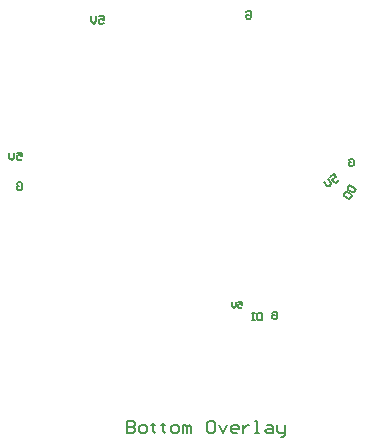
<source format=gbo>
G04*
G04 #@! TF.GenerationSoftware,Altium Limited,Altium Designer,24.6.1 (21)*
G04*
G04 Layer_Color=32896*
%FSLAX25Y25*%
%MOIN*%
G70*
G04*
G04 #@! TF.SameCoordinates,E7EFAE83-DE6B-43C8-B1E7-83CE5A6567CB*
G04*
G04*
G04 #@! TF.FilePolarity,Positive*
G04*
G01*
G75*
%ADD13C,0.00500*%
D13*
X107067Y140033D02*
X107483Y140450D01*
X108317D01*
X108733Y140033D01*
Y138367D01*
X108317Y137950D01*
X107483D01*
X107067Y138367D01*
Y139200D01*
X107900D01*
X115867Y39833D02*
X116284Y40250D01*
X117116D01*
X117533Y39833D01*
Y38167D01*
X117116Y37750D01*
X116284D01*
X115867Y38167D01*
Y39000D01*
X116700D01*
X141559Y82528D02*
X143723Y81279D01*
X143099Y80197D01*
X142530Y80044D01*
X141087Y80877D01*
X140934Y81446D01*
X141559Y82528D01*
X139685Y79282D02*
X140101Y80003D01*
X140670Y80156D01*
X142113Y79323D01*
X142266Y78754D01*
X141849Y78032D01*
X141280Y77880D01*
X139837Y78713D01*
X139685Y79282D01*
X135125Y85062D02*
X136489Y86018D01*
X137206Y84995D01*
X136285Y84858D01*
X135943Y84619D01*
X135841Y84039D01*
X136319Y83356D01*
X136899Y83254D01*
X137582Y83732D01*
X137684Y84312D01*
X134442Y84585D02*
X135398Y83220D01*
X135193Y82060D01*
X134033Y82264D01*
X133077Y83629D01*
X141267Y90833D02*
X141683Y91250D01*
X142517D01*
X142933Y90833D01*
Y89167D01*
X142517Y88750D01*
X141683D01*
X141267Y89167D01*
Y90000D01*
X142100D01*
X112466Y39850D02*
Y37350D01*
X111216D01*
X110800Y37767D01*
Y39433D01*
X111216Y39850D01*
X112466D01*
X109967D02*
X109134D01*
X109550D01*
Y37350D01*
X109967D01*
X109134D01*
X104267Y43599D02*
X105600D01*
Y42600D01*
X104934Y42933D01*
X104600D01*
X104267Y42600D01*
Y41933D01*
X104600Y41600D01*
X105267D01*
X105600Y41933D01*
X103601Y43599D02*
Y42266D01*
X102934Y41600D01*
X102268Y42266D01*
Y43599D01*
X30716Y93250D02*
X32383D01*
Y92000D01*
X31550Y92417D01*
X31133D01*
X30716Y92000D01*
Y91167D01*
X31133Y90750D01*
X31966D01*
X32383Y91167D01*
X29884Y93250D02*
Y91584D01*
X29050Y90750D01*
X28217Y91584D01*
Y93250D01*
X57916Y138650D02*
X59583D01*
Y137400D01*
X58750Y137817D01*
X58333D01*
X57916Y137400D01*
Y136567D01*
X58333Y136150D01*
X59166D01*
X59583Y136567D01*
X57083Y138650D02*
Y136984D01*
X56250Y136150D01*
X55417Y136984D01*
Y138650D01*
X30667Y82933D02*
X31084Y83350D01*
X31916D01*
X32333Y82933D01*
Y81267D01*
X31916Y80850D01*
X31084D01*
X30667Y81267D01*
Y82100D01*
X31500D01*
X67400Y3956D02*
Y-42D01*
X69399D01*
X70066Y624D01*
Y1290D01*
X69399Y1957D01*
X67400D01*
X69399D01*
X70066Y2623D01*
Y3290D01*
X69399Y3956D01*
X67400D01*
X72065Y-42D02*
X73398D01*
X74064Y624D01*
Y1957D01*
X73398Y2623D01*
X72065D01*
X71399Y1957D01*
Y624D01*
X72065Y-42D01*
X76064Y3290D02*
Y2623D01*
X75397D01*
X76730D01*
X76064D01*
Y624D01*
X76730Y-42D01*
X79396Y3290D02*
Y2623D01*
X78730D01*
X80063D01*
X79396D01*
Y624D01*
X80063Y-42D01*
X82728D02*
X84061D01*
X84728Y624D01*
Y1957D01*
X84061Y2623D01*
X82728D01*
X82062Y1957D01*
Y624D01*
X82728Y-42D01*
X86061D02*
Y2623D01*
X86727D01*
X87394Y1957D01*
Y-42D01*
Y1957D01*
X88060Y2623D01*
X88726Y1957D01*
Y-42D01*
X96057Y3956D02*
X94725D01*
X94058Y3290D01*
Y624D01*
X94725Y-42D01*
X96057D01*
X96724Y624D01*
Y3290D01*
X96057Y3956D01*
X98057Y2623D02*
X99390Y-42D01*
X100723Y2623D01*
X104055Y-42D02*
X102722D01*
X102056Y624D01*
Y1957D01*
X102722Y2623D01*
X104055D01*
X104721Y1957D01*
Y1290D01*
X102056D01*
X106054Y2623D02*
Y-42D01*
Y1290D01*
X106721Y1957D01*
X107387Y2623D01*
X108054D01*
X110053Y-42D02*
X111386D01*
X110719D01*
Y3956D01*
X110053D01*
X114052Y2623D02*
X115384D01*
X116051Y1957D01*
Y-42D01*
X114052D01*
X113385Y624D01*
X114052Y1290D01*
X116051D01*
X117384Y2623D02*
Y624D01*
X118050Y-42D01*
X120050D01*
Y-709D01*
X119383Y-1375D01*
X118717D01*
X120050Y-42D02*
Y2623D01*
M02*

</source>
